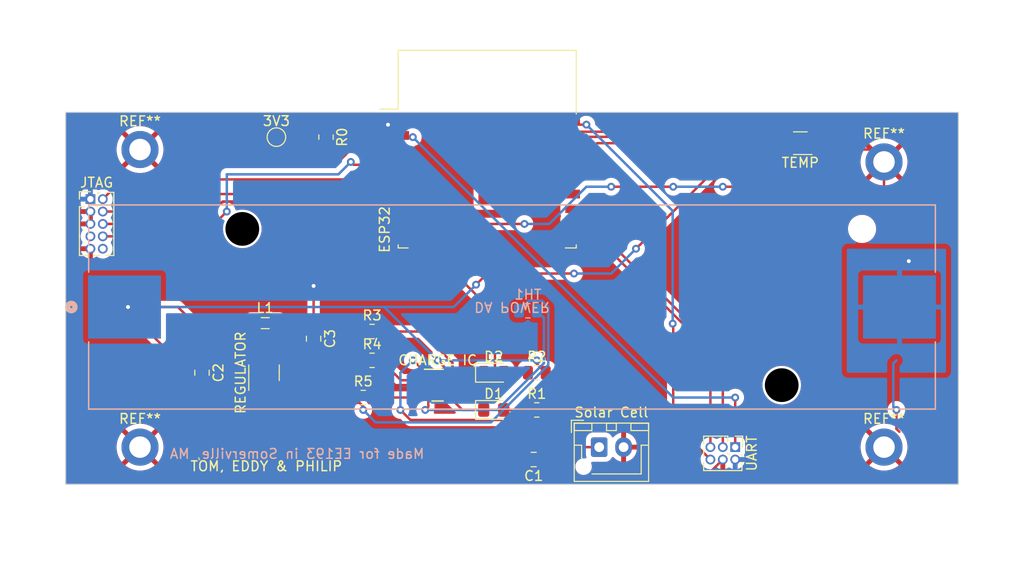
<source format=kicad_pcb>
(kicad_pcb (version 20221018) (generator pcbnew)
  (layers (0 "F.Cu" signal) (31 "B.Cu" signal) (34 "B.Paste" user) (35 "F.Paste" user) (36 "B.SilkS" user "B.Silkscreen") (37 "F.SilkS" user "F.Silkscreen") (38 "B.Mask" user) (39 "F.Mask" user) (44 "Edge.Cuts" user))
  (net 0 "")
  (net 1 "Battery in")
  (net 2 "GND")
  (net 3 "Net-(SC1-+)")
  (net 4 "Vout (LM3670)")
  (net 5 "Net-(D1-K)")
  (net 6 "Net-(D1-A)")
  (net 7 "Net-(D2-K)")
  (net 8 "Net-(D2-A)")
  (net 11 "UART TX")
  (net 12 "UART RX")
  (net 13 "Net-(J2-Pin_6)")
  (net 14 "Net-(U3-SW)")
  (net 15 "Net-(U2-VDPM)")
  (net 16 "Net-(R5-Pad1)")
  (net 17 "Net-(U2-VTSB)")
  (net 18 "Net-(U2-TS)")
  (net 19 "Net-(U0-SIO)")
  (net 20 "Net-(U0-SCLK)")
  (net 21 "Net-(U0-*ALERT)")
  (net 23 "USB D-")
  (net 25 "Net-(J1-ESP_TMS)")
  (net 26 "Net-(J1-ESP_TCK)")
  (net 27 "Net-(J1-ESP_TDO)")
  (net 28 "Net-(J1-ESP_TDI)")
  (net 29 "Net-(J2-Pin_1)")
  (net 30 "Net-(U0-*CS)")
  (net 31 "Net-(U2-ISET)")
  (net 32 "Net-(U1-IO9)")
  (footprint "Connector_JST:JST_XH_B2B-XH-AM_1x02_P2.50mm_Vertical" (layer "F.Cu") (at 127.04 120.65)
    (fp_text reference "Solar Cell" (at 1.25 -3.55) (layer "F.SilkS"))
    (fp_text value "Solar_Cell")
    (fp_line (start -2.85 -2.75) (end -2.85 -1.5) (stroke (width 0.12)) (layer "F.SilkS"))
    (fp_line (start -2.56 -2.46) (end -2.56 3.51) (stroke (width 0.12)) (layer "F.SilkS"))
    (fp_line (start -2.56 3.51) (end 5.06 3.51) (stroke (width 0.12)) (layer "F.SilkS"))
    (fp_line (start -2.55 -2.45) (end -2.55 -1.7) (stroke (width 0.12)) (layer "F.SilkS"))
    (fp_line (start -2.55 -1.7) (end -0.75 -1.7) (stroke (width 0.12)) (layer "F.SilkS"))
    (fp_line (start -2.55 -0.2) (end -1.8 -0.2) (stroke (width 0.12)) (layer "F.SilkS"))
    (fp_line (start -1.8 -0.2) (end -1.8 1.14) (stroke (width 0.12)) (layer "F.SilkS"))
    (fp_line (start -1.6 -2.75) (end -2.85 -2.75) (stroke (width 0.12)) (layer "F.SilkS"))
    (fp_line (start -0.75 -2.45) (end -2.55 -2.45) (stroke (width 0.12)) (layer "F.SilkS"))
    (fp_line (start -0.75 -1.7) (end -0.75 -2.45) (stroke (width 0.12)) (layer "F.SilkS"))
    (fp_line (start 0.75 -2.45) (end 0.75 -1.7) (stroke (width 0.12)) (layer "F.SilkS"))
    (fp_line (start 0.75 -1.7) (end 1.75 -1.7) (stroke (width 0.12)) (layer "F.SilkS"))
    (fp_line (start 1.25 2.75) (end -0.74 2.75) (stroke (width 0.12)) (layer "F.SilkS"))
    (fp_line (start 1.75 -2.45) (end 0.75 -2.45) (stroke (width 0.12)) (layer "F.SilkS"))
    (fp_line (start 1.75 -1.7) (end 1.75 -2.45) (stroke (width 0.12)) (layer "F.SilkS"))
    (fp_line (start 3.25 -2.45) (end 3.25 -1.7) (stroke (width 0.12)) (layer "F.SilkS"))
    (fp_line (start 3.25 -1.7) (end 5.05 -1.7) (stroke (width 0.12)) (layer "F.SilkS"))
    (fp_line (start 4.3 -0.2) (end 4.3 2.75) (stroke (width 0.12)) (layer "F.SilkS"))
    (fp_line (start 4.3 2.75) (end 1.25 2.75) (stroke (width 0.12)) (layer "F.SilkS"))
    (fp_line (start 5.05 -2.45) (end 3.25 -2.45) (stroke (width 0.12)) (layer "F.SilkS"))
    (fp_line (start 5.05 -1.7) (end 5.05 -2.45) (stroke (width 0.12)) (layer "F.SilkS"))
    (fp_line (start 5.05 -0.2) (end 4.3 -0.2) (stroke (width 0.12)) (layer "F.SilkS"))
    (fp_line (start 5.06 -2.46) (end -2.56 -2.46) (stroke (width 0.12)) (layer "F.SilkS"))
    (fp_line (start 5.06 3.51) (end 5.06 -2.46) (stroke (width 0.12)) (layer "F.SilkS"))
    (pad "" np_thru_hole circle (at -1.6 2) (size 1.2 1.2) (drill 1.2) (layers "*.Cu" "*.Mask"))
    (pad "1" thru_hole roundrect (at 0 0) (size 1.7 2) (drill 1) (layers "*.Cu" "*.Mask") (roundrect_rratio 0.1470588235) (net 3 "Net-(SC1-+)"))
    (pad "2" thru_hole oval (at 2.5 0) (size 1.7 2) (drill 1) (layers "*.Cu" "*.Mask") (net 2 "GND"))
  )
  (footprint "Capacitor_SMD:C_0805_2012Metric" (layer "F.Cu") (at 120.33 121.92 180)
    (fp_text reference "C1" (at 0 -1.68) (layer "F.SilkS"))
    (fp_text value "1 uF")
    (fp_line (start -0.261252 -0.735) (end 0.261252 -0.735) (stroke (width 0.12)) (layer "F.SilkS"))
    (fp_line (start -0.261252 0.735) (end 0.261252 0.735) (stroke (width 0.12)) (layer "F.SilkS"))
    (pad "1" smd roundrect (at -0.95 0 180) (size 1 1.45) (layers "F.Cu" "F.Paste" "F.Mask") (net 3 "Net-(SC1-+)"))
    (pad "2" smd roundrect (at 0.95 0 180) (size 1 1.45) (layers "F.Cu" "F.Paste" "F.Mask") (net 2 "GND"))
  )
  (footprint "Connector_PinHeader_1.27mm:PinHeader_2x03_P1.27mm_Vertical" (layer "F.Cu") (at 140.97 120.65 -90)
    (fp_text reference "UART" (at 0.635 -1.695 90) (layer "F.SilkS"))
    (fp_text value "Conn_02x03_Counter_Clockwise")
    (fp_line (start -1.13 -0.76) (end 0 -0.76) (stroke (width 0.12)) (layer "F.SilkS"))
    (fp_line (start -1.13 0) (end -1.13 -0.76) (stroke (width 0.12)) (layer "F.SilkS"))
    (fp_line (start -1.13 0.76) (end -1.13 3.235) (stroke (width 0.12)) (layer "F.SilkS"))
    (fp_line (start -1.13 0.76) (end -0.563471 0.76) (stroke (width 0.12)) (layer "F.SilkS"))
    (fp_line (start -1.13 3.235) (end -0.30753 3.235) (stroke (width 0.12)) (layer "F.SilkS"))
    (fp_line (start 0.30753 3.235) (end 0.96247 3.235) (stroke (width 0.12)) (layer "F.SilkS"))
    (fp_line (start 0.563471 0.76) (end 0.706529 0.76) (stroke (width 0.12)) (layer "F.SilkS"))
    (fp_line (start 0.76 -0.695) (end 0.96247 -0.695) (stroke (width 0.12)) (layer "F.SilkS"))
    (fp_line (start 0.76 -0.563471) (end 0.76 -0.695) (stroke (width 0.12)) (layer "F.SilkS"))
    (fp_line (start 0.76 0.706529) (end 0.76 0.563471) (stroke (width 0.12)) (layer "F.SilkS"))
    (fp_line (start 1.57753 -0.695) (end 2.4 -0.695) (stroke (width 0.12)) (layer "F.SilkS"))
    (fp_line (start 1.57753 3.235) (end 2.4 3.235) (stroke (width 0.12)) (layer "F.SilkS"))
    (fp_line (start 2.4 -0.695) (end 2.4 3.235) (stroke (width 0.12)) (layer "F.SilkS"))
    (pad "1" thru_hole rect (at 0 0 270) (size 1 1) (drill 0.65) (layers "*.Cu" "*.Mask") (net 29 "Net-(J2-Pin_1)"))
    (pad "2" thru_hole oval (at 1.27 0 270) (size 1 1) (drill 0.65) (layers "*.Cu" "*.Mask") (net 4 "Vout (LM3670)"))
    (pad "3" thru_hole oval (at 0 1.27 270) (size 1 1) (drill 0.65) (layers "*.Cu" "*.Mask") (net 11 "UART TX"))
    (pad "4" thru_hole oval (at 1.27 1.27 270) (size 1 1) (drill 0.65) (layers "*.Cu" "*.Mask") (net 2 "GND"))
    (pad "5" thru_hole oval (at 0 2.54 270) (size 1 1) (drill 0.65) (layers "*.Cu" "*.Mask") (net 12 "UART RX"))
    (pad "6" thru_hole oval (at 1.27 2.54 270) (size 1 1) (drill 0.65) (layers "*.Cu" "*.Mask") (net 13 "Net-(J2-Pin_6)"))
  )
  (footprint "Resistor_SMD:R_0805_2012Metric" (layer "F.Cu") (at 103.7825 111.76)
    (fp_text reference "R4" (at 0 -1.65) (layer "F.SilkS"))
    (fp_text value "R")
    (fp_line (start -0.227064 -0.735) (end 0.227064 -0.735) (stroke (width 0.12)) (layer "F.SilkS"))
    (fp_line (start -0.227064 0.735) (end 0.227064 0.735) (stroke (width 0.12)) (layer "F.SilkS"))
    (pad "1" smd roundrect (at -0.9125 0) (size 1.025 1.4) (layers "F.Cu" "F.Paste" "F.Mask") (roundrect_rratio 0.243902439) (net 2 "GND"))
    (pad "2" smd roundrect (at 0.9125 0) (size 1.025 1.4) (layers "F.Cu" "F.Paste" "F.Mask") (roundrect_rratio 0.243902439) (net 31 "Net-(U2-ISET)"))
  )
  (footprint "Package_SON:WSON-10-1EP_2x3mm_P0.5mm_EP0.84x2.4mm" (layer "F.Cu") (at 110.49 114.3)
    (fp_text reference "CHARGE IC" (at 0 -2.55) (layer "F.SilkS"))
    (fp_text value "BQ24210DQCR")
    (fp_line (start -1.35 -1.625) (end 0.575 -1.625) (stroke (width 0.15)) (layer "F.SilkS"))
    (fp_line (start -0.575 1.625) (end 0.575 1.625) (stroke (width 0.15)) (layer "F.SilkS"))
    (pad "1" smd rect (at -0.95 -1) (size 0.5 0.25) (layers "F.Cu" "F.Paste" "F.Mask") (net 3 "Net-(SC1-+)"))
    (pad "2" smd rect (at -0.95 -0.5) (size 0.5 0.25) (layers "F.Cu" "F.Paste" "F.Mask") (net 31 "Net-(U2-ISET)"))
    (pad "3" smd rect (at -0.95 0) (size 0.5 0.25) (layers "F.Cu" "F.Paste" "F.Mask") (net 2 "GND"))
    (pad "4" smd rect (at -0.95 0.5) (size 0.5 0.25) (layers "F.Cu" "F.Paste" "F.Mask") (net 17 "Net-(U2-VTSB)"))
    (pad "5" smd rect (at -0.95 1) (size 0.5 0.25) (layers "F.Cu" "F.Paste" "F.Mask") (net 18 "Net-(U2-TS)"))
    (pad "6" smd rect (at 0.95 1) (size 0.5 0.25) (layers "F.Cu" "F.Paste" "F.Mask") (net 5 "Net-(D1-K)"))
    (pad "7" smd rect (at 0.95 0.5) (size 0.5 0.25) (layers "F.Cu" "F.Paste" "F.Mask") (net 32 "Net-(U1-IO9)"))
    (pad "8" smd rect (at 0.95 0) (size 0.5 0.25) (layers "F.Cu" "F.Paste" "F.Mask") (net 7 "Net-(D2-K)"))
    (pad "9" smd rect (at 0.95 -0.5) (size 0.5 0.25) (layers "F.Cu" "F.Paste" "F.Mask") (net 15 "Net-(U2-VDPM)"))
    (pad "10" smd rect (at 0.95 -1) (size 0.5 0.25) (layers "F.Cu" "F.Paste" "F.Mask") (net 1 "Battery in"))
    (pad "11" smd rect (at 0 0) (size 0.84 2.4) (layers "F.Cu" "F.Mask") (net 2 "GND"))
  )
  (footprint "Connector_PinHeader_1.27mm:PinHeader_2x05_P1.27mm_Vertical" (layer "F.Cu") (at 74.93 95.25)
    (fp_text reference "JTAG" (at 0.635 -1.695) (layer "F.SilkS"))
    (fp_text value "Conn_ARM_JTAG_SWD_10")
    (fp_line (start -1.13 -0.76) (end 0 -0.76) (stroke (width 0.12)) (layer "F.SilkS"))
    (fp_line (start -1.13 0) (end -1.13 -0.76) (stroke (width 0.12)) (layer "F.SilkS"))
    (fp_line (start -1.13 0.76) (end -1.13 5.775) (stroke (width 0.12)) (layer "F.SilkS"))
    (fp_line (start -1.13 0.76) (end -0.563471 0.76) (stroke (width 0.12)) (layer "F.SilkS"))
    (fp_line (start -1.13 5.775) (end -0.30753 5.775) (stroke (width 0.12)) (layer "F.SilkS"))
    (fp_line (start 0.30753 5.775) (end 0.96247 5.775) (stroke (width 0.12)) (layer "F.SilkS"))
    (fp_line (start 0.563471 0.76) (end 0.706529 0.76) (stroke (width 0.12)) (layer "F.SilkS"))
    (fp_line (start 0.76 -0.695) (end 0.96247 -0.695) (stroke (width 0.12)) (layer "F.SilkS"))
    (fp_line (start 0.76 -0.563471) (end 0.76 -0.695) (stroke (width 0.12)) (layer "F.SilkS"))
    (fp_line (start 0.76 0.706529) (end 0.76 0.563471) (stroke (width 0.12)) (layer "F.SilkS"))
    (fp_line (start 1.57753 -0.695) (end 2.4 -0.695) (stroke (width 0.12)) (layer "F.SilkS"))
    (fp_line (start 1.57753 5.775) (end 2.4 5.775) (stroke (width 0.12)) (layer "F.SilkS"))
    (fp_line (start 2.4 -0.695) (end 2.4 5.775) (stroke (width 0.12)) (layer "F.SilkS"))
    (pad "1" thru_hole rect (at 0 0) (size 1 1) (drill 0.65) (layers "*.Cu" "*.Mask") (net 4 "Vout (LM3670)"))
    (pad "2" thru_hole oval (at 1.27 0) (size 1 1) (drill 0.65) (layers "*.Cu" "*.Mask") (net 25 "Net-(J1-ESP_TMS)"))
    (pad "3" thru_hole oval (at 0 1.27) (size 1 1) (drill 0.65) (layers "*.Cu" "*.Mask") (net 2 "GND"))
    (pad "4" thru_hole oval (at 1.27 1.27) (size 1 1) (drill 0.65) (layers "*.Cu" "*.Mask") (net 26 "Net-(J1-ESP_TCK)"))
    (pad "5" thru_hole oval (at 0 2.54) (size 1 1) (drill 0.65) (layers "*.Cu" "*.Mask") (net 2 "GND"))
    (pad "6" thru_hole oval (at 1.27 2.54) (size 1 1) (drill 0.65) (layers "*.Cu" "*.Mask") (net 27 "Net-(J1-ESP_TDO)"))
    (pad "7" thru_hole oval (at 0 3.81) (size 1 1) (drill 0.65) (layers "*.Cu" "*.Mask"))
    (pad "8" thru_hole oval (at 1.27 3.81) (size 1 1) (drill 0.65) (layers "*.Cu" "*.Mask") (net 28 "Net-(J1-ESP_TDI)"))
    (pad "9" thru_hole oval (at 0 5.08) (size 1 1) (drill 0.65) (layers "*.Cu" "*.Mask") (net 2 "GND"))
    (pad "10" thru_hole oval (at 1.27 5.08) (size 1 1) (drill 0.65) (layers "*.Cu" "*.Mask"))
  )
  (footprint "Package_TO_SOT_SMD:SOT-363_SC-70-6" (layer "F.Cu") (at 147.64 89.52 180)
    (fp_text reference "TEMP" (at 0 -2) (layer "F.SilkS"))
    (fp_text value "TMP126NDCKR")
    (fp_line (start -0.7 1.16) (end 0.7 1.16) (stroke (width 0.12)) (layer "F.SilkS"))
    (fp_line (start 0.7 -1.16) (end -1.2 -1.16) (stroke (width 0.12)) (layer "F.SilkS"))
    (pad "1" smd rect (at -0.95 -0.65 180) (size 0.65 0.4) (layers "F.Cu" "F.Paste" "F.Mask") (net 30 "Net-(U0-*CS)"))
    (pad "2" smd rect (at -0.95 0 180) (size 0.65 0.4) (layers "F.Cu" "F.Paste" "F.Mask") (net 2 "GND"))
    (pad "3" smd rect (at -0.95 0.65 180) (size 0.65 0.4) (layers "F.Cu" "F.Paste" "F.Mask") (net 19 "Net-(U0-SIO)"))
    (pad "4" smd rect (at 0.95 0.65 180) (size 0.65 0.4) (layers "F.Cu" "F.Paste" "F.Mask") (net 20 "Net-(U0-SCLK)"))
    (pad "5" smd rect (at 0.95 0 180) (size 0.65 0.4) (layers "F.Cu" "F.Paste" "F.Mask") (net 21 "Net-(U0-*ALERT)"))
    (pad "6" smd rect (at 0.95 -0.65 180) (size 0.65 0.4) (layers "F.Cu" "F.Paste" "F.Mask") (net 1 "Battery in"))
  )
  (footprint "Diode_SMD:D_0805_2012Metric_Pad1.15x1.40mm_HandSolder" (layer "F.Cu") (at 116.2375 116.84)
    (fp_text reference "D1" (at 0 -1.65) (layer "F.SilkS"))
    (fp_text value "LED")
    (fp_line (start -1.86 -0.96) (end -1.86 0.96) (stroke (width 0.12)) (layer "F.SilkS"))
    (fp_line (start -1.86 0.96) (end 1 0.96) (stroke (width 0.12)) (layer "F.SilkS"))
    (fp_line (start 1 -0.96) (end -1.86 -0.96) (stroke (width 0.12)) (layer "F.SilkS"))
    (pad "1" smd roundrect (at -1.025 0) (size 1.15 1.4) (layers "F.Cu" "F.Paste" "F.Mask") (roundrect_rratio 0.2173913043) (net 5 "Net-(D1-K)"))
    (pad "2" smd roundrect (at 1.025 0) (size 1.15 1.4) (layers "F.Cu" "F.Paste" "F.Mask") (roundrect_rratio 0.2173913043) (net 6 "Net-(D1-A)"))
  )
  (footprint "MountingHole:MountingHole_2.2mm_M2_DIN965_Pad" (layer "F.Cu") (at 80.01 120.65)
    (fp_text reference "REF**" (at 0 -2.9) (layer "F.SilkS"))
    (fp_text value "MountingHole_2.2mm_M2_DIN965_Pad")
    (pad "1" thru_hole circle (at 0 0) (size 3.8 3.8) (drill 2.2) (layers "*.Cu" "*.Mask") (net 2 "GND"))
  )
  (footprint "MountingHole:MountingHole_2.2mm_M2_DIN965_Pad" (layer "F.Cu") (at 156.21 120.65)
    (fp_text reference "REF**" (at 0 -2.9) (layer "F.SilkS"))
    (fp_text value "MountingHole_2.2mm_M2_DIN965_Pad")
    (pad "1" thru_hole circle (at 0 0) (size 3.8 3.8) (drill 2.2) (layers "*.Cu" "*.Mask") (net 2 "GND"))
  )
  (footprint "Resistor_SMD:R_0805_2012Metric" (layer "F.Cu") (at 120.65 116.84)
    (fp_text reference "R1" (at 0 -1.65) (layer "F.SilkS"))
    (fp_text value "220 kΩ")
    (fp_line (start -0.227064 -0.735) (end 0.227064 -0.735) (stroke (width 0.12)) (layer "F.SilkS"))
    (fp_line (start -0.227064 0.735) (end 0.227064 0.735) (stroke (width 0.12)) (layer "F.SilkS"))
    (pad "1" smd roundrect (at -0.9125 0) (size 1.025 1.4) (layers "F.Cu" "F.Paste" "F.Mask") (roundrect_rratio 0.243902439) (net 6 "Net-(D1-A)"))
    (pad "2" smd roundrect (at 0.9125 0) (size 1.025 1.4) (layers "F.Cu" "F.Paste" "F.Mask") (roundrect_rratio 0.243902439) (net 1 "Battery in"))
  )
  (footprint "Capacitor_SMD:C_0805_2012Metric" (layer "F.Cu") (at 97.79 109.54 -90)
    (fp_text reference "C3" (at 0 -1.68 90) (layer "F.SilkS"))
    (fp_text value "10 uF")
    (fp_line (start -0.261252 -0.735) (end 0.261252 -0.735) (stroke (width 0.12)) (layer "F.SilkS"))
    (fp_line (start -0.261252 0.735) (end 0.261252 0.735) (stroke (width 0.12)) (layer "F.SilkS"))
    (pad "1" smd roundrect (at -0.95 0 270) (size 1 1.45) (layers "F.Cu" "F.Paste" "F.Mask") (net 4 "Vout (LM3670)"))
    (pad "2" smd roundrect (at 0.95 0 270) (size 1 1.45) (layers "F.Cu" "F.Paste" "F.Mask") (net 2 "GND"))
  )
  (footprint "TestPoint:TestPoint_Pad_D1.5mm" (layer "F.Cu") (at 93.98 88.9)
    (fp_text reference "3V3" (at 0 -1.648) (layer "F.SilkS"))
    (fp_text value "TestPoint_Pad_D1.5mm")
    (fp_circle (center 0 0) (end 0 0.95) (stroke (width 0.12)) (fill none) (layer "F.SilkS"))
    (pad "1" smd circle (at 0 0) (size 1.5 1.5) (layers "F.Cu" "F.Mask"))
  )
  (footprint "MountingHole:MountingHole_2.2mm_M2_DIN965_Pad" (layer "F.Cu") (at 80.01 90.17)
    (fp_text reference "REF**" (at 0 -2.9) (layer "F.SilkS"))
    (fp_text value "MountingHole_2.2mm_M2_DIN965_Pad")
    (pad "1" thru_hole circle (at 0 0) (size 3.8 3.8) (drill 2.2) (layers "*.Cu" "*.Mask") (net 2 "GND"))
  )
  (footprint "Resistor_SMD:R_0805_2012Metric_Pad1.20x1.40mm_HandSolder" (layer "F.Cu") (at 99.06 88.9 -90)
    (fp_text reference "R0" (at 0 -1.65 90) (layer "F.SilkS"))
    (fp_text value "R")
    (fp_line (start -0.227064 -0.735) (end 0.227064 -0.735) (stroke (width 0.12)) (layer "F.SilkS"))
    (fp_line (start -0.227064 0.735) (end 0.227064 0.735) (stroke (width 0.12)) (layer "F.SilkS"))
    (pad "1" smd roundrect (at -1 0 270) (size 1.2 1.4) (layers "F.Cu" "F.Paste" "F.Mask") (roundrect_rratio 0.2083333333) (net 4 "Vout (LM3670)"))
    (pad "2" smd roundrect (at 1 0 270) (size 1.2 1.4) (layers "F.Cu" "F.Paste" "F.Mask") (roundrect_rratio 0.2083333333) (net 29 "Net-(J2-Pin_1)"))
  )
  (footprint "MountingHole:MountingHole_2.2mm_M2_DIN965_Pad" (layer "F.Cu") (at 156.21 91.44)
    (fp_text reference "REF**" (at 0 -2.9) (layer "F.SilkS"))
    (fp_text value "MountingHole_2.2mm_M2_DIN965_Pad")
    (pad "1" thru_hole circle (at 0 0) (size 3.8 3.8) (drill 2.2) (layers "*.Cu" "*.Mask") (net 2 "GND"))
  )
  (footprint "Resistor_SMD:R_0805_2012Metric" (layer "F.Cu") (at 102.87 115.57)
    (fp_text reference "R5" (at 0 -1.65) (layer "F.SilkS"))
    (fp_text value "R")
    (fp_line (start -0.227064 -0.735) (end 0.227064 -0.735) (stroke (width 0.12)) (layer "F.SilkS"))
    (fp_line (start -0.227064 0.735) (end 0.227064 0.735) (stroke (width 0.12)) (layer "F.SilkS"))
    (pad "1" smd roundrect (at -0.9125 0) (size 1.025 1.4) (layers "F.Cu" "F.Paste" "F.Mask") (roundrect_rratio 0.243902439) (net 16 "Net-(R5-Pad1)"))
    (pad "2" smd roundrect (at 0.9125 0) (size 1.025 1.4) (layers "F.Cu" "F.Paste" "F.Mask") (roundrect_rratio 0.243902439) (net 17 "Net-(U2-VTSB)"))
  )
  (footprint "Resistor_SMD:R_0805_2012Metric" (layer "F.Cu") (at 103.7825 108.81)
    (fp_text reference "R3" (at 0 -1.65) (layer "F.SilkS"))
    (fp_text value "R")
    (fp_line (start -0.227064 -0.735) (end 0.227064 -0.735) (stroke (width 0.12)) (layer "F.SilkS"))
    (fp_line (start -0.227064 0.735) (end 0.227064 0.735) (stroke (width 0.12)) (layer "F.SilkS"))
    (pad "1" smd roundrect (at -0.9125 0) (size 1.025 1.4) (layers "F.Cu" "F.Paste" "F.Mask") (roundrect_rratio 0.243902439) (net 2 "GND"))
    (pad "2" smd roundrect (at 0.9125 0) (size 1.025 1.4) (layers "F.Cu" "F.Paste" "F.Mask") (roundrect_rratio 0.243902439) (net 15 "Net-(U2-VDPM)"))
  )
  (footprint "Package_TO_SOT_SMD:TSOT-23-5" (layer "F.Cu") (at 92.71 113.03 90)
    (fp_text reference "REGULATOR" (at 0 -2.4 90) (layer "F.SilkS"))
    (fp_text value "LM3670MF")
    (fp_line (start 0 -1.56) (end -1.8 -1.56) (stroke (width 0.12)) (layer "F.SilkS"))
    (fp_line (start 0 -1.56) (end 0.8 -1.56) (stroke (width 0.12)) (layer "F.SilkS"))
    (fp_line (start 0 1.56) (end -0.8 1.56) (stroke (width 0.12)) (layer "F.SilkS"))
    (fp_line (start 0 1.56) (end 0.8 1.56) (stroke (width 0.12)) (layer "F.SilkS"))
    (pad "1" smd roundrect (at -1.1375 -0.95 90) (size 1.325 0.6) (layers "F.Cu" "F.Paste" "F.Mask") (net 1 "Battery in"))
    (pad "2" smd roundrect (at -1.1375 0 90) (size 1.325 0.6) (layers "F.Cu" "F.Paste" "F.Mask") (net 2 "GND"))
    (pad "3" smd roundrect (at -1.1375 0.95 90) (size 1.325 0.6) (layers "F.Cu" "F.Paste" "F.Mask") (net 1 "Battery in"))
    (pad "4" smd roundrect (at 1.1375 0.95 90) (size 1.325 0.6) (layers "F.Cu" "F.Paste" "F.Mask") (net 4 "Vout (LM3670)"))
    (pad "5" smd roundrect (at 1.1375 -0.95 90) (size 1.325 0.6) (layers "F.Cu" "F.Paste" "F.Mask") (net 14 "Net-(U3-SW)"))
  )
  (footprint "Resistor_SMD:R_0805_2012Metric" (layer "F.Cu") (at 120.65 113.03)
    (fp_text reference "R2" (at 0 -1.65) (layer "F.SilkS"))
    (fp_text value "220KΩ")
    (fp_line (start -0.227064 -0.735) (end 0.227064 -0.735) (stroke (width 0.12)) (layer "F.SilkS"))
    (fp_line (start -0.227064 0.735) (end 0.227064 0.735) (stroke (width 0.12)) (layer "F.SilkS"))
    (pad "1" smd roundrect (at -0.9125 0) (size 1.025 1.4) (layers "F.Cu" "F.Paste" "F.Mask") (roundrect_rratio 0.243902439) (net 8 "Net-(D2-A)"))
    (pad "2" smd roundrect (at 0.9125 0) (size 1.025 1.4) (layers "F.Cu" "F.Paste" "F.Mask") (roundrect_rratio 0.243902439) (net 1 "Battery in"))
  )
  (footprint "RF_Module:ESP-WROOM-02" (layer "F.Cu") (at 115.57 93.23)
    (fp_text reference "ESP32" (at -10.5 5.13 90) (layer "F.SilkS"))
    (fp_text value "ESP32-C3-WROOM-02-N4")
    (fp_line (start -9.12 -13.22) (end -9.12 -7.2) (stroke (width 0.12)) (layer "F.SilkS"))
    (fp_line (start -9.12 -13.22) (end 9.12 -13.22) (stroke (width 0.12)) (layer "F.SilkS"))
    (fp_line (start -9.12 -7.2) (end -11 -7.2) (stroke (width 0.12)) (layer "F.SilkS"))
    (fp_line (start -9.12 6.7) (end -9.12 7.02) (stroke (width 0.12)) (layer "F.SilkS"))
    (fp_line (start -9.12 7.02) (end -8.1 7.02) (stroke (width 0.12)) (layer "F.SilkS"))
    (fp_line (start 8 7.02) (end 9.12 7.02) (stroke (width 0.12)) (layer "F.SilkS"))
    (fp_line (start 9.12 -13.22) (end 9.12 -6.7) (stroke (width 0.12)) (layer "F.SilkS"))
    (fp_line (start 9.12 6.7) (end 9.12 7) (stroke (width 0.12)) (layer "F.SilkS"))
    (pad "1" smd rect (at -8.75 -6) (size 1.5 0.9) (layers "F.Cu" "F.Paste" "F.Mask") (net 4 "Vout (LM3670)"))
    (pad "2" smd rect (at -8.75 -4.5) (size 1.5 0.9) (layers "F.Cu" "F.Paste" "F.Mask") (net 29 "Net-(J2-Pin_1)"))
    (pad "3" smd rect (at -8.75 -3) (size 1.5 0.9) (layers "F.Cu" "F.Paste" "F.Mask") (net 25 "Net-(J1-ESP_TMS)"))
    (pad "4" smd rect (at -8.75 -1.5) (size 1.5 0.9) (layers "F.Cu" "F.Paste" "F.Mask") (net 28 "Net-(J1-ESP_TDI)"))
    (pad "5" smd rect (at -8.75 0) (size 1.5 0.9) (layers "F.Cu" "F.Paste" "F.Mask") (net 26 "Net-(J1-ESP_TCK)"))
    (pad "6" smd rect (at -8.75 1.5) (size 1.5 0.9) (layers "F.Cu" "F.Paste" "F.Mask") (net 27 "Net-(J1-ESP_TDO)"))
    (pad "7" smd rect (at -8.75 3) (size 1.5 0.9) (layers "F.Cu" "F.Paste" "F.Mask") (net 30 "Net-(U0-*CS)"))
    (pad "8" smd rect (at -8.75 4.5) (size 1.5 0.9) (layers "F.Cu" "F.Paste" "F.Mask") (net 32 "Net-(U1-IO9)"))
    (pad "9" smd rect (at -8.75 6) (size 1.5 0.9) (layers "F.Cu" "F.Paste" "F.Mask") (net 2 "GND"))
    (pad "10" smd rect (at 8.75 6) (size 1.5 0.9) (layers "F.Cu" "F.Paste" "F.Mask"))
    (pad "11" smd rect (at 8.75 4.5) (size 1.5 0.9) (layers "F.Cu" "F.Paste" "F.Mask") (net 12 "UART RX"))
    (pad "12" smd rect (at 8.75 3) (size 1.5 0.9) (layers "F.Cu" "F.Paste" "F.Mask") (net 11 "UART TX"))
    (pad "13" smd rect (at 8.75 1.5) (size 1.5 0.9) (layers "F.Cu" "F.Paste" "F.Mask") (net 23 "USB D-"))
    (pad "14" smd rect (at 8.75 0) (size 1.5 0.9) (layers "F.Cu" "F.Paste" "F.Mask"))
    (pad "15" smd rect (at 8.75 -1.5) (size 1.5 0.9) (layers "F.Cu" "F.Paste" "F.Mask") (net 21 "Net-(U0-*ALERT)"))
    (pad "16" smd rect (at 8.75 -3) (size 1.5 0.9) (layers "F.Cu" "F.Paste" "F.Mask") (net 20 "Net-(U0-SCLK)"))
    (pad "17" smd rect (at 8.75 -4.5) (size 1.5 0.9) (layers "F.Cu" "F.Paste" "F.Mask") (net 19 "Net-(U0-SIO)"))
    (pad "18" smd rect (at 8.75 -6) (size 1.5 0.9) (layers "F.Cu" "F.Paste" "F.Mask") (net 13 "Net-(J2-Pin_6)"))
    (pad "19" smd rect (at 1.1 0.61) (size 4 4) (layers "F.Cu" "F.Paste" "F.Mask") (net 2 "GND"))
    (zone (net 0) (net_name "") (layers "*.Cu") (connect_pads (clearance 0)) (min_thickness 0.254)
      (keepout (tracks not_allowed) (vias not_allowed) (pads not_allowed) (copperpour not_allowed) (footprints not_allowed))
      (fill (thermal_gap 0.508) (thermal_bridge_width 0.508))
      (polygon (pts (xy 101.57 86.13) (xy 129.57 86.13) (xy 129.57 75.13) (xy 101.57 75.13)))
    )
  )
  (footprint "Inductor_SMD:L_0805_2012Metric_Pad1.05x1.20mm_HandSolder" (layer "F.Cu") (at 92.83 107.95)
    (fp_text reference "L1" (at 0 -1.55) (layer "F.SilkS"))
    (fp_text value "10 uF")
    (fp_line (start -0.410242 -0.56) (end 0.410242 -0.56) (stroke (width 0.12)) (layer "F.SilkS"))
    (fp_line (start -0.410242 0.56) (end 0.410242 0.56) (stroke (width 0.12)) (layer "F.SilkS"))
    (pad "1" smd roundrect (at -1.15 0) (size 1.05 1.2) (layers "F.Cu" "F.Paste" "F.Mask") (roundrect_rratio 0.2380952381) (net 14 "Net-(U3-SW)"))
    (pad "2" smd roundrect (at 1.15 0) (size 1.05 1.2) (layers "F.Cu" "F.Paste" "F.Mask") (roundrect_rratio 0.2380952381) (net 4 "Vout (LM3670)"))
  )
  (footprint "Capacitor_SMD:C_0805_2012Metric" (layer "F.Cu") (at 86.36 113.03 -90)
    (fp_text reference "C2" (at 0 -1.68 90) (layer "F.SilkS"))
    (fp_text value "4.7 uF")
    (fp_line (start -0.261252 -0.735) (end 0.261252 -0.735) (stroke (width 0.12)) (layer "F.SilkS"))
    (fp_line (start -0.261252 0.735) (end 0.261252 0.735) (stroke (width 0.12)) (layer "F.SilkS"))
    (pad "1" smd roundrect (at -0.95 0 270) (size 1 1.45) (layers "F.Cu" "F.Paste" "F.Mask") (net 1 "Battery in"))
    (pad "2" smd roundrect (at 0.95 0 270) (size 1 1.45) (layers "F.Cu" "F.Paste" "F.Mask") (net 2 "GND"))
  )
  (footprint "Diode_SMD:D_0805_2012Metric_Pad1.15x1.40mm_HandSolder" (layer "F.Cu") (at 116.2375 113.03)
    (fp_text reference "D2" (at 0 -1.65) (layer "F.SilkS"))
    (fp_text value "LED")
    (fp_line (start -1.86 -0.96) (end -1.86 0.96) (stroke (width 0.12)) (layer "F.SilkS"))
    (fp_line (start -1.86 0.96) (end 1 0.96) (stroke (width 0.12)) (layer "F.SilkS"))
    (fp_line (start 1 -0.96) (end -1.86 -0.96) (stroke (width 0.12)) (layer "F.SilkS"))
    (pad "1" smd roundrect (at -1.025 0) (size 1.15 1.4) (layers "F.Cu" "F.Paste" "F.Mask") (roundrect_rratio 0.2173913043) (net 7 "Net-(D2-K)"))
    (pad "2" smd roundrect (at 1.025 0) (size 1.15 1.4) (layers "F.Cu" "F.Paste" "F.Mask") (roundrect_rratio 0.2173913043) (net 8 "Net-(D2-A)"))
  )
  (footprint "Battery:1042P_KEY" (layer "B.Cu") (at 118.11 106.3)
    (fp_text reference "DA POWER" (at 0 0 180 unlocked) (layer "B.SilkS") (effects (justify mirror)))
    (fp_text value "Battery_Cell")
    (fp_line (start -43.3578 -10.4521) (end 43.3578 -10.4521) (stroke (width 0.1524)) (layer "B.SilkS"))
    (fp_line (start -43.3578 -3.57124) (end -43.3578 -10.4521) (stroke (width 0.1524)) (layer "B.SilkS"))
    (fp_line (start -43.3578 10.4521) (end -43.3578 3.57124) (stroke (width 0.1524)) (layer "B.SilkS"))
    (fp_line (start 43.3578 -10.4521) (end 43.3578 -3.57124) (stroke (width 0.1524)) (layer "B.SilkS"))
    (fp_line (start 43.3578 3.57124) (end 43.3578 10.4521) (stroke (width 0.1524)) (layer "B.SilkS"))
    (fp_line (start 43.3578 10.4521) (end -43.3578 10.4521) (stroke (width 0.1524)) (layer "B.SilkS"))
    (fp_circle (center -45.1358 0) (end -44.7548 0) (stroke (width 0.508)) (fill none) (layer "B.SilkS"))
    (fp_circle (center -45.1358 0) (end -44.7548 0) (stroke (width 0.508)) (fill none) (layer "F.SilkS"))
    (pad "" np_thru_hole circle (at -27.6225 -8.001) (size 3.4544 3.4544) (drill 3.4544) (layers))
    (pad "" np_thru_hole circle (at 27.6225 8.001) (size 3.4544 3.4544) (drill 3.4544) (layers))
    (pad "" np_thru_hole circle (at 35.8521 -8.001) (size 2.3876 2.3876) (drill 2.3876) (layers "*.Cu" "*.Mask"))
    (pad "1" smd rect (at -39.6875 0) (size 7.4676 6.477) (layers "B.Cu" "B.Paste" "B.Mask") (net 1 "Battery in"))
    (pad "2" smd rect (at 39.6875 0) (size 7.4676 6.477) (layers "B.Cu" "B.Paste" "B.Mask") (net 2 "GND"))
  )
  (footprint "Resistor_SMD:R_0805_2012Metric" (layer "B.Cu") (at 119.7375 106.68 180)
    (fp_text reference "TH1" (at 0 1.65) (layer "B.SilkS") (effects (justify mirror)))
    (fp_text value "Thermistor")
    (fp_line (start -0.227064 -0.735) (end 0.227064 -0.735) (stroke (width 0.12)) (layer "B.SilkS"))
    (fp_line (start -0.227064 0.735) (end 0.227064 0.735) (stroke (width 0.12)) (layer "B.SilkS"))
    (pad "1" smd roundrect (at -0.9125 0 180) (size 1.025 1.4) (layers "B.Cu" "B.Paste" "B.Mask") (roundrect_rratio 0.243902439) (net 18 "Net-(U2-TS)"))
    (pad "2" smd roundrect (at 0.9125 0 180) (size 1.025 1.4) (layers "B.Cu" "B.Paste" "B.Mask") (roundrect_rratio 0.243902439) (net 16 "Net-(R5-Pad1)"))
  )
  (gr_rect (start 72.39 86.36) (end 163.83 124.46) (stroke (width 0.1)) (fill none) (layer "Edge.Cuts"))
  (gr_text "Made for EE193 in Somerville, MA" (at 109.22 121.92) (layer "B.SilkS") (effects (font (size 1 1)) (justify left bottom mirror)))
  (gr_text "TOM, EDDY & PHILIP" (at 85.09 123.19) (layer "F.SilkS") (effects (font (size 1 1)) (justify left bottom)))
  (segment (start 157.48 118.773374) (end 157.783313 119.076687) (width 0.25) (layer "F.Cu") (net 0))
  (segment (start 157.48 116.84) (end 157.48 118.773374) (width 0.25) (layer "F.Cu") (net 0))
  (via (at 157.48 116.84) (size 0.8) (drill 0.4) (layers "F.Cu" "B.Cu") (net 0))
  (segment (start 157.165 112.075) (end 157.165 116.525) (width 0.25) (layer "B.Cu") (net 0))
  (segment (start 157.48 111.76) (end 157.165 112.075) (width 0.25) (layer "B.Cu") (net 0))
  (segment (start 157.165 116.525) (end 157.48 116.84) (width 0.25) (layer "B.Cu") (net 0))
  (segment (start 84.14 112.08) (end 78.78 106.72) (width 0.25) (layer "F.Cu") (net 1))
  (segment (start 114.3 104.14) (end 114.427653 104.012347) (width 0.25) (layer "F.Cu") (net 1))
  (segment (start 115.57 102.87) (end 114.3 104.14) (width 0.25) (layer "F.Cu") (net 1))
  (segment (start 91.76 114.1675) (end 89.6725 112.08) (width 0.25) (layer "F.Cu") (net 1))
  (segment (start 140.97 90.17) (end 130.81 100.33) (width 0.25) (layer "F.Cu") (net 1))
  (segment (start 93.66 114.1675) (end 93.66 113.779092) (width 0.25) (layer "F.Cu") (net 1))
  (segment (start 111.44 112.71) (end 111.44 113.3) (width 0.25) (layer "F.Cu") (net 1))
  (segment (start 120.65 112.1175) (end 121.5625 113.03) (width 0.25) (layer "F.Cu") (net 1))
  (segment (start 121.5625 113.03) (end 121.5625 116.84) (width 0.25) (layer "F.Cu") (net 1))
  (segment (start 120.65 111.76) (end 120.65 112.1175) (width 0.25) (layer "F.Cu") (net 1))
  (segment (start 83.8925 106.3) (end 78.78 106.3) (width 0.25) (layer "F.Cu") (net 1))
  (segment (start 146.69 90.17) (end 140.97 90.17) (width 0.25) (layer "F.Cu") (net 1))
  (segment (start 86.36 112.08) (end 84.14 112.08) (width 0.25) (layer "F.Cu") (net 1))
  (segment (start 78.78 106.72) (end 78.78 106.3) (width 0.25) (layer "F.Cu") (net 1))
  (segment (start 92.910908 113.03) (end 90.6225 113.03) (width 0.25) (layer "F.Cu") (net 1))
  (segment (start 89.6725 112.08) (end 86.36 112.08) (width 0.25) (layer "F.Cu") (net 1))
  (segment (start 93.66 113.779092) (end 92.910908 113.03) (width 0.25) (layer "F.Cu") (net 1))
  (segment (start 90.6225 113.03) (end 89.6725 112.08) (width 0.25) (layer "F.Cu") (net 1))
  (segment (start 110.49 111.76) (end 111.44 112.71) (width 0.25) (layer "F.Cu") (net 1))
  (segment (start 124.46 102.87) (end 115.57 102.87) (width 0.25) (layer "F.Cu") (net 1))
  (segment (start 91.76 114.1675) (end 83.8925 106.3) (width 0.25) (layer "F.Cu") (net 1))
  (via (at 78.78 106.3) (size 0.8) (drill 0.4) (layers "F.Cu" "B.Cu") (net 1))
  (via (at 110.49 111.76) (size 0.8) (drill 0.4) (layers "F.Cu" "B.Cu") (net 1))
  (via (at 120.65 111.76) (size 0.8) (drill 0.4) (layers "F.Cu" "B.Cu") (net 1))
  (via (at 130.81 100.33) (size 0.8) (drill 0.4) (layers "F.Cu" "B.Cu") (net 1))
  (via (at 124.46 102.87) (size 0.8) (drill 0.4) (layers "F.Cu" "B.Cu") (net 1))
  (via (at 114.427653 104.012347) (size 0.8) (drill 0.4) (layers "F.Cu" "B.Cu") (net 1))
  (segment (start 78.78 106.3) (end 105.03 106.3) (width 0.25) (layer "B.Cu") (net 1))
  (segment (start 114.427653 104.012347) (end 112.14 106.3) (width 0.25) (layer "B.Cu") (net 1))
  (segment (start 112.14 106.3) (end 105.03 106.3) (width 0.25) (layer "B.Cu") (net 1))
  (segment (start 105.03 106.3) (end 110.49 111.76) (width 0.25) (layer "B.Cu") (net 1))
  (segment (start 128.27 102.87) (end 124.46 102.87) (width 0.25) (layer "B.Cu") (net 1))
  (segment (start 130.81 100.33) (end 128.27 102.87) (width 0.25) (layer "B.Cu") (net 1))
  (segment (start 110.49 111.76) (end 120.65 111.76) (width 0.25) (layer "B.Cu") (net 1))
  (segment (start 151.75 89.52) (end 152.4 90.17) (width 0.25) (layer "F.Cu") (net 2))
  (segment (start 110.49 114.3) (end 109.54 114.3) (width 0.25) (layer "F.Cu") (net 2))
  (segment (start 91.969999 115.57) (end 92.71 114.829999) (width 0.25) (layer "F.Cu") (net 2))
  (segment (start 154.94 90.17) (end 156.21 91.44) (width 0.25) (layer "F.Cu") (net 2))
  (segment (start 156.21 91.44) (end 156.21 99.06) (width 0.25) (layer "F.Cu") (net 2))
  (segment (start 156.21 99.06) (end 158.75 101.6) (width 0.25) (layer "F.Cu") (net 2))
  (segment (start 86.36 113.98) (end 86.36 115.57) (width 0.25) (layer "F.Cu") (net 2))
  (segment (start 148.59 89.52) (end 151.75 89.52) (width 0.25) (layer "F.Cu") (net 2))
  (segment (start 138.43 123.19) (end 138.43 124.335) (width 0.25) (layer "F.Cu") (net 2))
  (segment (start 109.54 114.3) (end 105.41 114.3) (width 0.25) (layer "F.Cu") (net 2))
  (segment (start 86.36 115.57) (end 91.969999 115.57) (width 0.25) (layer "F.Cu") (net 2))
  (segment (start 152.4 90.17) (end 154.94 90.17) (width 0.25) (layer "F.Cu") (net 2))
  (segment (start 105.41 114.3) (end 103.8575 112.7475) (width 0.25) (layer "F.Cu") (net 2))
  (segment (start 92.71 114.829999) (end 92.71 114.1675) (width 0.25) (layer "F.Cu") (net 2))
  (segment (start 139.7 121.92) (end 138.43 123.19) (width 0.25) (layer "F.Cu") (net 2))
  (via (at 158.75 101.6) (size 0.8) (drill 0.4) (layers "F.Cu" "B.Cu") (net 2))
  (segment (start 158.75 101.6) (end 160.02 101.6) (width 0.25) (layer "B.Cu") (net 2))
  (segment (start 117.225 117.865) (end 107.705 117.865) (width 0.25) (layer "F.Cu") (net 3))
  (segment (start 107.95 111.76) (end 108 111.76) (width 0.25) (layer "F.Cu") (net 3))
  (segment (start 108 111.76) (end 109.54 113.3) (width 0.25) (layer "F.Cu") (net 3))
  (segment (start 121.28 121.92) (end 117.225 117.865) (width 0.25) (layer "F.Cu") (net 3))
  (segment (start 122.55 120.65) (end 127.04 120.65) (width 0.25) (layer "F.Cu") (net 3))
  (segment (start 121.28 121.92) (end 122.55 120.65) (width 0.25) (layer "F.Cu") (net 3))
  (segment (start 107.705 117.865) (end 106.68 116.84) (width 0.25) (layer "F.Cu") (net 3))
  (via (at 106.68 116.84) (size 0.8) (drill 0.4) (layers "F.Cu" "B.Cu") (net 3))
  (via (at 107.95 111.76) (size 0.8) (drill 0.4) (layers "F.Cu" "B.Cu") (net 3))
  (segment (start 106.68 116.84) (end 106.68 113.03) (width 0.25) (layer "B.Cu") (net 3))
  (segment (start 106.68 113.03) (end 107.95 111.76) (width 0.25) (layer "B.Cu") (net 3))
  (segment (start 93.98 111.5725) (end 93.66 111.8925) (width 0.25) (layer "F.Cu") (net 4))
  (segment (start 105.41 87.63) (end 106.42 87.63) (width 0.25) (layer "F.Cu") (net 4))
  (segment (start 93.98 107.95) (end 97.15 107.95) (width 0.25) (layer "F.Cu") (net 4))
  (segment (start 105.41 87.63) (end 105.14 87.9) (width 0.25) (layer "F.Cu") (net 4))
  (segment (start 93.98 107.95) (end 93.98 111.5725) (width 0.25) (layer "F.Cu") (net 4))
  (segment (start 106.42 87.63) (end 106.82 87.23) (width 0.25) (layer "F.Cu") (net 4))
  (segment (start 105.14 87.9) (end 99.06 87.9) (width 0.25) (layer "F.Cu") (net 4))
  (segment (start 97.79 104.14) (end 97.79 108.59) (width 0.25) (layer "F.Cu") (net 4))
  (segment (start 97.15 107.95) (end 97.79 108.59) (width 0.25) (layer "F.Cu") (net 4))
  (via (at 105.41 87.63) (size 0.8) (drill 0.4) (layers "F.Cu" "B.Cu") (net 4))
  (via (at 97.79 104.14) (size 0.8) (drill 0.4) (layers "F.Cu" "B.Cu") (net 4))
  (segment (start 111.76 115.57) (end 111.71 115.57) (width 0.25) (layer "F.Cu") (net 5))
  (segment (start 115.2125 116.84) (end 113.03 116.84) (width 0.25) (layer "F.Cu") (net 5))
  (segment (start 111.71 115.57) (end 111.44 115.3) (width 0.25) (layer "F.Cu") (net 5))
  (segment (start 113.03 116.84) (end 111.76 115.57) (width 0.25) (layer "F.Cu") (net 5))
  (segment (start 117.2625 116.84) (end 119.7375 116.84) (width 0.25) (layer "F.Cu") (net 6))
  (segment (start 113.9425 114.3) (end 111.44 114.3) (width 0.25) (layer "F.Cu") (net 7))
  (segment (start 115.2125 113.03) (end 113.9425 114.3) (width 0.25) (layer "F.Cu") (net 7))
  (segment (start 117.2625 113.03) (end 119.7375 113.03) (width 0.25) (layer "F.Cu") (net 8))
  (segment (start 139.7 111.26) (end 124.67 96.23) (width 0.25) (layer "F.Cu") (net 11))
  (segment (start 124.67 96.23) (end 124.32 96.23) (width 0.25) (layer "F.Cu") (net 11))
  (segment (start 139.7 120.65) (end 139.7 111.26) (width 0.25) (layer "F.Cu") (net 11))
  (segment (start 125.32 97.73) (end 124.32 97.73) (width 0.25) (layer "F.Cu") (net 12))
  (segment (start 138.43 110.84) (end 125.32 97.73) (width 0.25) (layer "F.Cu") (net 12))
  (segment (start 138.43 120.65) (end 138.43 110.84) (width 0.25) (layer "F.Cu") (net 12))
  (segment (start 138.43 121.92) (end 134.62 118.11) (width 0.25) (layer "F.Cu") (net 13))
  (segment (start 134.62 109.22) (end 134.62 108.055306) (width 0.25) (layer "F.Cu") (net 13))
  (segment (start 134.62 108.055306) (end 134.567347 108.002653) (width 0.25) (layer "F.Cu") (net 13))
  (segment (start 124.71 87.62) (end 124.32 87.23) (width 0.25) (layer "F.Cu") (net 13))
  (segment (start 125.73 87.62) (end 124.71 87.62) (width 0.25) (layer "F.Cu") (net 13))
  (segment (start 134.62 118.11) (end 134.62 109.22) (width 0.25) (layer "F.Cu") (net 13))
  (via (at 125.73 87.62) (size 0.8) (drill 0.4) (layers "F.Cu" "B.Cu") (net 13))
  (via (at 134.567347 108.002653) (size 0.8) (drill 0.4) (layers "F.Cu" "B.Cu") (net 13))
  (segment (start 134.567347 96.457347) (end 125.73 87.62) (width 0.25) (layer "B.Cu") (net 13))
  (segment (start 134.567347 108.002653) (end 134.567347 96.457347) (width 0.25) (layer "B.Cu") (net 13))
  (segment (start 91.76 108.03) (end 91.68 107.95) (width 0.25) (layer "F.Cu") (net 14))
  (segment (start 91.76 111.8925) (end 91.76 108.03) (width 0.25) (layer "F.Cu") (net 14))
  (segment (start 108.81 108.81) (end 104.695 108.81) (width 0.25) (layer "F.Cu") (net 15))
  (segment (start 111.965 113.8) (end 112.015 113.75) (width 0.25) (layer "F.Cu") (net 15))
  (segment (start 112.015 112.015) (end 108.81 108.81) (width 0.25) (layer "F.Cu") (net 15))
  (segment (start 112.015 113.75) (end 112.015 112.015) (width 0.25) (layer "F.Cu") (net 15))
  (segment (start 111.44 113.8) (end 111.965 113.8) (width 0.25) (layer "F.Cu") (net 15))
  (segment (start 102.87 116.84) (end 102.87 116.4825) (width 0.25) (layer "F.Cu") (net 16))
  (segment (start 102.87 116.4825) (end 101.9575 115.57) (width 0.25) (layer "F.Cu") (net 16))
  (via (at 102.87 116.84) (size 0.8) (drill 0.4) (layers "F.Cu" "B.Cu") (net 16))
  (segment (start 118.825 106.68) (end 119.85 105.655) (width 0.25) (layer "B.Cu") (net 16))
  (segment (start 104.14 118.11) (end 102.87 116.84) (width 0.25) (layer "B.Cu") (net 16))
  (segment (start 119.85 105.655) (end 121.1576 105.655) (width 0.25) (layer "B.Cu") (net 16))
  (segment (start 121.825 112.246701) (end 115.961701 118.11) (width 0.25) (layer "B.Cu") (net 16))
  (segment (start 121.825 106.3224) (end 121.825 112.246701) (width 0.25) (layer "B.Cu") (net 16))
  (segment (start 115.961701 118.11) (end 104.14 118.11) (width 0.25) (layer "B.Cu") (net 16))
  (segment (start 121.1576 105.655) (end 121.825 106.3224) (width 0.25) (layer "B.Cu") (net 16))
  (segment (start 108.31 115.57) (end 103.7825 115.57) (width 0.25) (layer "F.Cu") (net 17))
  (segment (start 109.015 114.865) (end 108.31 115.57) (width 0.25) (layer "F.Cu") (net 17))
  (segment (start 109.015 114.8) (end 109.015 114.865) (width 0.25) (layer "F.Cu") (net 17))
  (segment (start 109.54 114.8) (end 109.015 114.8) (width 0.25) (layer "F.Cu") (net 17))
  (segment (start 109.54 115.3) (end 109.54 116.52) (width 0.25) (layer "F.Cu") (net 18))
  (segment (start 109.54 116.52) (end 109.22 116.84) (width 0.25) (layer "F.Cu") (net 18))
  (via (at 109.22 116.84) (size 0.8) (drill 0.4) (layers "F.Cu" "B.Cu") (net 18))
  (segment (start 121.375 112.060305) (end 121.375 107.405) (width 0.25) (layer "B.Cu") (net 18))
  (segment (start 121.375 107.405) (end 120.65 106.68) (width 0.25) (layer "B.Cu") (net 18))
  (segment (start 116.595305 116.84) (end 121.375 112.060305) (width 0.25) (layer "B.Cu") (net 18))
  (segment (start 109.22 116.84) (end 116.595305 116.84) (width 0.25) (layer "B.Cu") (net 18))
  (segment (start 124.705 88.345) (end 124.32 88.73) (width 0.25) (layer "F.Cu") (net 19))
  (segment (start 148.59 88.87) (end 148.065 88.345) (width 0.25) (layer "F.Cu") (net 19))
  (segment (start 148.065 88.345) (end 124.705 88.345) (width 0.25) (layer "F.Cu") (net 19))
  (segment (start 146.69 88.87) (end 125.98 88.87) (width 0.25) (layer "F.Cu") (net 20))
  (segment (start 125.98 88.87) (end 124.62 90.23) (width 0.25) (layer "F.Cu") (net 20))
  (segment (start 124.62 90.23) (end 124.32 90.23) (width 0.25) (layer "F.Cu") (net 20))
  (segment (start 124.62 91.73) (end 124.32 91.73) (width 0.25) (layer "F.Cu") (net 21))
  (segment (start 146.69 89.52) (end 126.83 89.52) (width 0.25) (layer "F.Cu") (net 21))
  (segment (start 126.83 89.52) (end 124.62 91.73) (width 0.25) (layer "F.Cu") (net 21))
  (segment (start 83.82 91.44) (end 100.33 91.44) (width 0.25) (layer "F.Cu") (net 25))
  (segment (start 101.54 90.23) (end 106.82 90.23) (width 0.25) (layer "F.Cu") (net 25))
  (segment (start 100.33 91.44) (end 101.54 90.23) (width 0.25) (layer "F.Cu") (net 25))
  (segment (start 77.47 93.98) (end 81.28 93.98) (width 0.25) (layer "F.Cu") (net 25))
  (segment (start 81.28 93.98) (end 83.82 91.44) (width 0.25) (layer "F.Cu") (net 25))
  (segment (start 76.2 95.25) (end 77.47 93.98) (width 0.25) (layer "F.Cu") (net 25))
  (segment (start 80.01 96.52) (end 83.3 93.23) (width 0.25) (layer "F.Cu") (net 26))
  (segment (start 83.3 93.23) (end 106.82 93.23) (width 0.25) (layer "F.Cu") (net 26))
  (segment (start 76.2 96.52) (end 80.01 96.52) (width 0.25) (layer "F.Cu") (net 26))
  (segment (start 76.2 97.79) (end 85.09 97.79) (width 0.25) (layer "F.Cu") (net 27))
  (segment (start 85.09 97.79) (end 88.15 94.73) (width 0.25) (layer "F.Cu") (net 27))
  (segment (start 88.15 94.73) (end 106.82 94.73) (width 0.25) (layer "F.Cu") (net 27))
  (segment (start 101.89 91.73) (end 106.82 91.73) (width 0.25) (layer "F.Cu") (net 28))
  (segment (start 101.6 91.44) (end 101.89 91.73) (width 0.25) (layer "F.Cu") (net 28))
  (segment (start 86.36 99.06) (end 88.9 96.52) (width 0.25) (layer "F.Cu") (net 28))
  (segment (start 76.2 99.06) (end 86.36 99.06) (width 0.25) (layer "F.Cu") (net 28))
  (via (at 101.6 91.44) (size 0.8) (drill 0.4) (layers "F.Cu" "B.Cu") (net 28))
  (via (at 88.9 96.52) (size 0.8) (drill 0.4) (layers "F.Cu" "B.Cu") (net 28))
  (segment (start 100.33 92.71) (end 101.6 91.44) (width 0.25) (layer "B.Cu") (net 28))
  (segment (start 88.9 92.71) (end 100.33 92.71) (width 0.25) (layer "B.Cu") (net 28))
  (segment (start 88.9 96.52) (end 88.9 92.71) (width 0.25) (layer "B.Cu") (net 28))
  (segment (start 99.06 89.9) (end 100.23 88.73) (width 0.25) (layer "F.Cu") (net 29))
  (segment (start 140.97 120.65) (end 140.97 115.57) (width 0.25) (layer "F.Cu") (net 29))
  (segment (start 100.23 88.73) (end 106.82 88.73) (width 0.25) (layer "F.Cu") (net 29))
  (segment (start 107.95 88.9) (end 106.99 88.9) (width 0.25) (layer "F.Cu") (net 29))
  (segment (start 106.99 88.9) (end 106.82 88.73) (width 0.25) (layer "F.Cu") (net 29))
  (via (at 140.97 115.57) (size 0.8) (drill 0.4) (layers "F.Cu" "B.Cu") (net 29))
  (via (at 107.95 88.9) (size 0.8) (drill 0.4) (layers "F.Cu" "B.Cu") (net 29))
  (segment (start 140.97 115.57) (end 134.62 115.57) (width 0.25) (layer "B.Cu") (net 29))
  (segment (start 134.62 115.57) (end 107.95 88.9) (width 0.25) (layer "B.Cu") (net 29))
  (segment (start 144.78 93.98) (end 139.7 93.98) (width 0.25) (layer "F.Cu") (net 30))
  (segment (start 134.62 93.98) (end 128.27 93.98) (width 0.25) (layer "F.Cu") (net 30))
  (segment (start 148.59 90.17) (end 144.78 93.98) (width 0.25) (layer "F.Cu") (net 30))
  (segment (start 110.49 97.79) (end 108.93 96.23) (width 0.25) (layer "F.Cu") (net 30))
  (segment (start 119.38 97.79) (end 110.49 97.79) (width 0.25) (layer "F.Cu") (net 30))
  (segment (start 108.93 96.23) (end 106.82 96.23) (width 0.25) (layer "F.Cu") (net 30))
  (via (at 128.27 93.98) (size 0.8) (drill 0.4) (layers "F.Cu" "B.Cu") (net 30))
  (via (at 119.38 97.79) (size 0.8) (drill 0.4) (layers "F.Cu" "B.Cu") (net 30))
  (via (at 139.7 93.98) (size 0.8) (drill 0.4) (layers "F.Cu" "B.Cu") (net 30))
  (via (at 134.62 93.98) (size 0.8) (drill 0.4) (layers "F.Cu" "B.Cu") (net 30))
  (segment (start 139.7 93.98) (end 134.62 93.98) (width 0.25) (layer "B.Cu") (net 30))
  (segment (start 125.73 93.98) (end 121.92 97.79) (width 0.25) (layer "B.Cu") (net 30))
  (segment (start 121.92 97.79) (end 119.38 97.79) (width 0.25) (layer "B.Cu") (net 30))
  (segment (start 128.27 93.98) (end 125.73 93.98) (width 0.25) (layer "B.Cu") (net 30))
  (segment (start 106.735 113.8) (end 104.695 111.76) (width 0.25) (layer "F.Cu") (net 31))
  (segment (start 109.54 113.8) (end 106.735 113.8) (width 0.25) (layer "F.Cu") (net 31))
  (segment (start 115.2876 114.8) (end 116.3625 113.7251) (width 0.25) (layer "F.Cu") (net 32))
  (segment (start 107.12 97.73) (end 106.82 97.73) (width 0.25) (layer "F.Cu") (net 32))
  (segment (start 116.3625 113.7251) (end 116.3625 106.9725) (width 0.25) (layer "F.Cu") (net 32))
  (segment (start 111.44 114.8) (end 115.2876 114.8) (width 0.25) (layer "F.Cu") (net 32))
  (segment (start 116.3625 106.9725) (end 107.12 97.73) (width 0.25) (layer "F.Cu") (net 32))
  (zone (net 2) (net_name "GND") (layer "F.Cu") (connect_pads (clearance 0.508)) (min_thickness 0.25) (fill yes (thermal_gap 0.5) (thermal_bridge_width 0.5))
    (polygon (pts (xy 163.83 86.36) (xy 72.39 86.36) (xy 72.39 124.46) (xy 163.83 124.46)))
  )
  (zone (net 4) (net_name "Vout (LM3670)") (layer "B.Cu") (priority 1) (connect_pads (clearance 0.508)) (min_thickness 0.25) (fill yes (thermal_gap 0.5) (thermal_bridge_width 0.5))
    (polygon (pts (xy 163.83 86.36) (xy 72.39 86.36) (xy 72.39 124.46) (xy 163.83 124.46)))
  )
  (zone (net 2) (net_name "GND") (layer "B.Cu") (priority 2) (connect_pads (clearance 0.508)) (min_thickness 0.25) (fill yes (thermal_gap 0.5) (thermal_bridge_width 0.5))
    (polygon (pts (xy 162.56 100.33) (xy 152.4 100.33) (xy 152.4 113.03) (xy 162.56 113.03)))
  )
)
</source>
